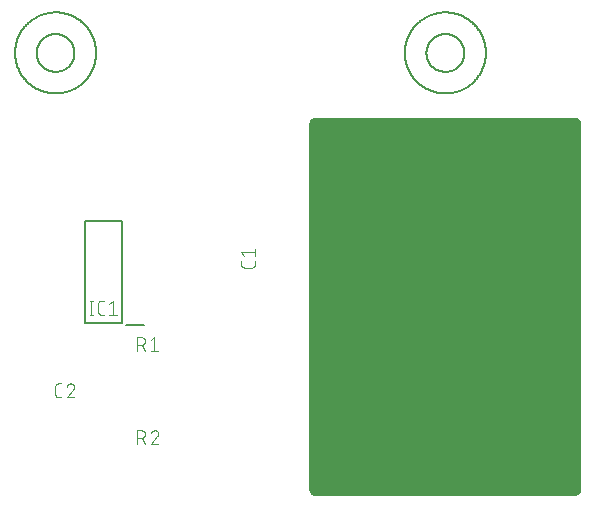
<source format=gbr>
G04 EAGLE Gerber RS-274X export*
G75*
%MOMM*%
%FSLAX34Y34*%
%LPD*%
%INSilkscreen Top*%
%IPPOS*%
%AMOC8*
5,1,8,0,0,1.08239X$1,22.5*%
G01*
%ADD10C,0.101600*%
%ADD11C,0.200000*%
%ADD12C,0.152400*%
%ADD13C,0.203200*%
%ADD14C,0.050800*%

G36*
X580155Y14930D02*
X580155Y14930D01*
X580310Y14930D01*
X580472Y14950D01*
X580636Y14961D01*
X580788Y14990D01*
X580942Y15009D01*
X581101Y15049D01*
X581262Y15080D01*
X581409Y15128D01*
X581559Y15166D01*
X581712Y15226D01*
X581868Y15277D01*
X582008Y15343D01*
X582152Y15399D01*
X582296Y15478D01*
X582444Y15548D01*
X582575Y15630D01*
X582711Y15705D01*
X582844Y15801D01*
X582983Y15889D01*
X583102Y15987D01*
X583228Y16078D01*
X583347Y16190D01*
X583474Y16294D01*
X583580Y16407D01*
X583693Y16513D01*
X583798Y16639D01*
X583910Y16758D01*
X584002Y16884D01*
X584101Y17003D01*
X584189Y17141D01*
X584285Y17274D01*
X584360Y17409D01*
X584444Y17540D01*
X584514Y17688D01*
X584593Y17831D01*
X584650Y17975D01*
X584717Y18115D01*
X584768Y18271D01*
X584828Y18424D01*
X584867Y18574D01*
X584916Y18721D01*
X584947Y18882D01*
X584988Y19040D01*
X585007Y19194D01*
X585037Y19346D01*
X585047Y19505D01*
X585069Y19672D01*
X585069Y19841D01*
X585079Y20000D01*
X585079Y330000D01*
X585070Y330155D01*
X585070Y330310D01*
X585050Y330472D01*
X585039Y330636D01*
X585010Y330788D01*
X584991Y330942D01*
X584951Y331101D01*
X584920Y331262D01*
X584872Y331409D01*
X584834Y331559D01*
X584774Y331712D01*
X584723Y331868D01*
X584658Y332008D01*
X584601Y332152D01*
X584522Y332296D01*
X584452Y332444D01*
X584370Y332575D01*
X584295Y332711D01*
X584199Y332844D01*
X584111Y332983D01*
X584013Y333102D01*
X583922Y333228D01*
X583810Y333347D01*
X583706Y333474D01*
X583593Y333580D01*
X583487Y333693D01*
X583361Y333798D01*
X583242Y333910D01*
X583116Y334002D01*
X582997Y334101D01*
X582859Y334189D01*
X582727Y334285D01*
X582591Y334360D01*
X582460Y334444D01*
X582312Y334514D01*
X582169Y334593D01*
X582025Y334650D01*
X581885Y334717D01*
X581729Y334768D01*
X581576Y334828D01*
X581426Y334867D01*
X581279Y334916D01*
X581118Y334947D01*
X580960Y334988D01*
X580806Y335007D01*
X580654Y335037D01*
X580495Y335047D01*
X580328Y335069D01*
X580159Y335069D01*
X580000Y335079D01*
X360000Y335079D01*
X359846Y335070D01*
X359690Y335070D01*
X359528Y335050D01*
X359364Y335039D01*
X359212Y335010D01*
X359058Y334991D01*
X358899Y334951D01*
X358738Y334920D01*
X358591Y334872D01*
X358441Y334834D01*
X358288Y334774D01*
X358132Y334723D01*
X357992Y334658D01*
X357848Y334601D01*
X357704Y334522D01*
X357556Y334452D01*
X357425Y334370D01*
X357289Y334295D01*
X357156Y334199D01*
X357017Y334111D01*
X356898Y334013D01*
X356772Y333922D01*
X356653Y333810D01*
X356526Y333706D01*
X356420Y333593D01*
X356307Y333487D01*
X356202Y333361D01*
X356090Y333242D01*
X355998Y333116D01*
X355899Y332997D01*
X355811Y332859D01*
X355715Y332727D01*
X355640Y332591D01*
X355556Y332460D01*
X355486Y332312D01*
X355407Y332169D01*
X355350Y332025D01*
X355283Y331885D01*
X355232Y331729D01*
X355172Y331576D01*
X355133Y331426D01*
X355085Y331279D01*
X355053Y331118D01*
X355012Y330960D01*
X354993Y330806D01*
X354963Y330654D01*
X354953Y330495D01*
X354931Y330328D01*
X354931Y330159D01*
X354921Y330000D01*
X354921Y20000D01*
X354930Y19846D01*
X354930Y19690D01*
X354950Y19528D01*
X354961Y19364D01*
X354990Y19212D01*
X355009Y19058D01*
X355049Y18899D01*
X355080Y18738D01*
X355128Y18591D01*
X355166Y18441D01*
X355226Y18288D01*
X355277Y18132D01*
X355343Y17992D01*
X355399Y17848D01*
X355478Y17704D01*
X355548Y17556D01*
X355630Y17425D01*
X355705Y17289D01*
X355801Y17156D01*
X355889Y17017D01*
X355987Y16898D01*
X356078Y16772D01*
X356190Y16653D01*
X356294Y16526D01*
X356407Y16420D01*
X356513Y16307D01*
X356639Y16202D01*
X356758Y16090D01*
X356884Y15998D01*
X357003Y15899D01*
X357141Y15811D01*
X357274Y15715D01*
X357409Y15640D01*
X357540Y15556D01*
X357688Y15486D01*
X357831Y15407D01*
X357975Y15350D01*
X358115Y15283D01*
X358271Y15232D01*
X358424Y15172D01*
X358574Y15133D01*
X358721Y15085D01*
X358882Y15053D01*
X359040Y15012D01*
X359194Y14993D01*
X359346Y14963D01*
X359505Y14953D01*
X359672Y14931D01*
X359841Y14931D01*
X360000Y14921D01*
X580000Y14921D01*
X580155Y14930D01*
G37*
D10*
X308892Y213436D02*
X308892Y210839D01*
X308890Y210740D01*
X308884Y210640D01*
X308875Y210541D01*
X308862Y210443D01*
X308845Y210345D01*
X308824Y210247D01*
X308799Y210151D01*
X308771Y210056D01*
X308739Y209962D01*
X308704Y209869D01*
X308665Y209777D01*
X308622Y209687D01*
X308577Y209599D01*
X308527Y209512D01*
X308475Y209428D01*
X308419Y209345D01*
X308361Y209265D01*
X308299Y209187D01*
X308234Y209112D01*
X308166Y209039D01*
X308096Y208969D01*
X308023Y208901D01*
X307948Y208836D01*
X307870Y208774D01*
X307790Y208716D01*
X307707Y208660D01*
X307623Y208608D01*
X307536Y208558D01*
X307448Y208513D01*
X307358Y208470D01*
X307266Y208431D01*
X307173Y208396D01*
X307079Y208364D01*
X306984Y208336D01*
X306888Y208311D01*
X306790Y208290D01*
X306692Y208273D01*
X306594Y208260D01*
X306495Y208251D01*
X306395Y208245D01*
X306296Y208243D01*
X299804Y208243D01*
X299804Y208242D02*
X299705Y208244D01*
X299605Y208250D01*
X299506Y208259D01*
X299408Y208272D01*
X299310Y208290D01*
X299212Y208310D01*
X299116Y208335D01*
X299020Y208363D01*
X298926Y208395D01*
X298833Y208430D01*
X298742Y208469D01*
X298652Y208512D01*
X298563Y208557D01*
X298477Y208607D01*
X298392Y208659D01*
X298310Y208715D01*
X298230Y208774D01*
X298152Y208835D01*
X298076Y208900D01*
X298003Y208968D01*
X297933Y209038D01*
X297865Y209111D01*
X297800Y209187D01*
X297739Y209265D01*
X297680Y209345D01*
X297624Y209427D01*
X297572Y209512D01*
X297523Y209598D01*
X297477Y209687D01*
X297434Y209777D01*
X297395Y209868D01*
X297360Y209961D01*
X297328Y210055D01*
X297300Y210151D01*
X297275Y210247D01*
X297255Y210345D01*
X297237Y210443D01*
X297224Y210541D01*
X297215Y210640D01*
X297209Y210739D01*
X297207Y210839D01*
X297208Y210839D02*
X297208Y213436D01*
X299804Y217801D02*
X297208Y221046D01*
X308892Y221046D01*
X308892Y217801D02*
X308892Y224292D01*
X144936Y98408D02*
X142339Y98408D01*
X142240Y98410D01*
X142140Y98416D01*
X142041Y98425D01*
X141943Y98438D01*
X141845Y98455D01*
X141747Y98476D01*
X141651Y98501D01*
X141556Y98529D01*
X141462Y98561D01*
X141369Y98596D01*
X141277Y98635D01*
X141187Y98678D01*
X141099Y98723D01*
X141012Y98773D01*
X140928Y98825D01*
X140845Y98881D01*
X140765Y98939D01*
X140687Y99001D01*
X140612Y99066D01*
X140539Y99134D01*
X140469Y99204D01*
X140401Y99277D01*
X140336Y99352D01*
X140274Y99430D01*
X140216Y99510D01*
X140160Y99593D01*
X140108Y99677D01*
X140058Y99764D01*
X140013Y99852D01*
X139970Y99942D01*
X139931Y100034D01*
X139896Y100127D01*
X139864Y100221D01*
X139836Y100316D01*
X139811Y100412D01*
X139790Y100510D01*
X139773Y100608D01*
X139760Y100706D01*
X139751Y100805D01*
X139745Y100905D01*
X139743Y101004D01*
X139743Y107496D01*
X139745Y107595D01*
X139751Y107695D01*
X139760Y107794D01*
X139773Y107892D01*
X139790Y107990D01*
X139811Y108088D01*
X139836Y108184D01*
X139864Y108279D01*
X139896Y108373D01*
X139931Y108466D01*
X139970Y108558D01*
X140013Y108648D01*
X140058Y108736D01*
X140108Y108823D01*
X140160Y108907D01*
X140216Y108990D01*
X140274Y109070D01*
X140336Y109148D01*
X140401Y109223D01*
X140469Y109296D01*
X140539Y109366D01*
X140612Y109434D01*
X140687Y109499D01*
X140765Y109561D01*
X140845Y109619D01*
X140928Y109675D01*
X141012Y109727D01*
X141099Y109777D01*
X141187Y109822D01*
X141277Y109865D01*
X141369Y109904D01*
X141461Y109939D01*
X141556Y109971D01*
X141651Y109999D01*
X141747Y110024D01*
X141845Y110045D01*
X141943Y110062D01*
X142041Y110075D01*
X142140Y110084D01*
X142240Y110090D01*
X142339Y110092D01*
X144936Y110092D01*
X152871Y110092D02*
X152978Y110090D01*
X153084Y110084D01*
X153190Y110074D01*
X153296Y110061D01*
X153402Y110043D01*
X153506Y110022D01*
X153610Y109997D01*
X153713Y109968D01*
X153814Y109936D01*
X153914Y109899D01*
X154013Y109859D01*
X154111Y109816D01*
X154207Y109769D01*
X154301Y109718D01*
X154393Y109664D01*
X154483Y109607D01*
X154571Y109547D01*
X154656Y109483D01*
X154739Y109416D01*
X154820Y109346D01*
X154898Y109274D01*
X154974Y109198D01*
X155046Y109120D01*
X155116Y109039D01*
X155183Y108956D01*
X155247Y108871D01*
X155307Y108783D01*
X155364Y108693D01*
X155418Y108601D01*
X155469Y108507D01*
X155516Y108411D01*
X155559Y108313D01*
X155599Y108214D01*
X155636Y108114D01*
X155668Y108013D01*
X155697Y107910D01*
X155722Y107806D01*
X155743Y107702D01*
X155761Y107596D01*
X155774Y107490D01*
X155784Y107384D01*
X155790Y107278D01*
X155792Y107171D01*
X152871Y110092D02*
X152750Y110090D01*
X152629Y110084D01*
X152509Y110074D01*
X152388Y110061D01*
X152269Y110043D01*
X152149Y110022D01*
X152031Y109997D01*
X151914Y109968D01*
X151797Y109935D01*
X151682Y109899D01*
X151568Y109858D01*
X151455Y109815D01*
X151343Y109767D01*
X151234Y109716D01*
X151126Y109661D01*
X151019Y109603D01*
X150915Y109542D01*
X150813Y109477D01*
X150713Y109409D01*
X150615Y109338D01*
X150519Y109264D01*
X150426Y109187D01*
X150336Y109106D01*
X150248Y109023D01*
X150163Y108937D01*
X150080Y108848D01*
X150001Y108757D01*
X149924Y108663D01*
X149851Y108567D01*
X149781Y108469D01*
X149714Y108368D01*
X149650Y108265D01*
X149590Y108160D01*
X149533Y108053D01*
X149479Y107945D01*
X149429Y107835D01*
X149383Y107723D01*
X149340Y107610D01*
X149301Y107495D01*
X154819Y104899D02*
X154898Y104976D01*
X154974Y105057D01*
X155047Y105140D01*
X155117Y105225D01*
X155184Y105313D01*
X155248Y105403D01*
X155308Y105495D01*
X155365Y105590D01*
X155419Y105686D01*
X155470Y105784D01*
X155517Y105884D01*
X155561Y105986D01*
X155601Y106089D01*
X155637Y106193D01*
X155669Y106299D01*
X155698Y106405D01*
X155723Y106513D01*
X155745Y106621D01*
X155762Y106731D01*
X155776Y106840D01*
X155785Y106950D01*
X155791Y107061D01*
X155793Y107171D01*
X154818Y104899D02*
X149301Y98408D01*
X155792Y98408D01*
D11*
X164500Y160950D02*
X196500Y160950D01*
X164500Y160950D02*
X164500Y247450D01*
X196500Y247450D01*
X196500Y160950D01*
X200000Y159350D02*
X215250Y159350D01*
D10*
X170192Y168358D02*
X170192Y180042D01*
X168894Y168358D02*
X171490Y168358D01*
X171490Y180042D02*
X168894Y180042D01*
X178654Y168358D02*
X181250Y168358D01*
X178654Y168358D02*
X178555Y168360D01*
X178455Y168366D01*
X178356Y168375D01*
X178258Y168388D01*
X178160Y168405D01*
X178062Y168426D01*
X177966Y168451D01*
X177871Y168479D01*
X177777Y168511D01*
X177684Y168546D01*
X177592Y168585D01*
X177502Y168628D01*
X177414Y168673D01*
X177327Y168723D01*
X177243Y168775D01*
X177160Y168831D01*
X177080Y168889D01*
X177002Y168951D01*
X176927Y169016D01*
X176854Y169084D01*
X176784Y169154D01*
X176716Y169227D01*
X176651Y169302D01*
X176589Y169380D01*
X176531Y169460D01*
X176475Y169543D01*
X176423Y169627D01*
X176373Y169714D01*
X176328Y169802D01*
X176285Y169892D01*
X176246Y169984D01*
X176211Y170077D01*
X176179Y170171D01*
X176151Y170266D01*
X176126Y170362D01*
X176105Y170460D01*
X176088Y170558D01*
X176075Y170656D01*
X176066Y170755D01*
X176060Y170855D01*
X176058Y170954D01*
X176057Y170954D02*
X176057Y177446D01*
X176058Y177446D02*
X176060Y177545D01*
X176066Y177645D01*
X176075Y177744D01*
X176088Y177842D01*
X176105Y177940D01*
X176126Y178038D01*
X176151Y178134D01*
X176179Y178229D01*
X176211Y178323D01*
X176246Y178416D01*
X176285Y178508D01*
X176328Y178598D01*
X176373Y178686D01*
X176423Y178773D01*
X176475Y178857D01*
X176531Y178940D01*
X176589Y179020D01*
X176651Y179098D01*
X176716Y179173D01*
X176784Y179246D01*
X176854Y179316D01*
X176927Y179384D01*
X177002Y179449D01*
X177080Y179511D01*
X177160Y179569D01*
X177243Y179625D01*
X177327Y179677D01*
X177414Y179727D01*
X177502Y179772D01*
X177592Y179815D01*
X177684Y179854D01*
X177776Y179889D01*
X177871Y179921D01*
X177966Y179949D01*
X178062Y179974D01*
X178160Y179995D01*
X178258Y180012D01*
X178356Y180025D01*
X178455Y180034D01*
X178555Y180040D01*
X178654Y180042D01*
X181250Y180042D01*
X185615Y177446D02*
X188861Y180042D01*
X188861Y168358D01*
X192106Y168358D02*
X185615Y168358D01*
X209095Y149292D02*
X209095Y137608D01*
X209095Y149292D02*
X212340Y149292D01*
X212453Y149290D01*
X212566Y149284D01*
X212679Y149274D01*
X212792Y149260D01*
X212904Y149243D01*
X213015Y149221D01*
X213125Y149196D01*
X213235Y149166D01*
X213343Y149133D01*
X213450Y149096D01*
X213556Y149056D01*
X213660Y149011D01*
X213763Y148963D01*
X213864Y148912D01*
X213963Y148857D01*
X214060Y148799D01*
X214155Y148737D01*
X214248Y148672D01*
X214338Y148604D01*
X214426Y148533D01*
X214512Y148458D01*
X214595Y148381D01*
X214675Y148301D01*
X214752Y148218D01*
X214827Y148132D01*
X214898Y148044D01*
X214966Y147954D01*
X215031Y147861D01*
X215093Y147766D01*
X215151Y147669D01*
X215206Y147570D01*
X215257Y147469D01*
X215305Y147366D01*
X215350Y147262D01*
X215390Y147156D01*
X215427Y147049D01*
X215460Y146941D01*
X215490Y146831D01*
X215515Y146721D01*
X215537Y146610D01*
X215554Y146498D01*
X215568Y146385D01*
X215578Y146272D01*
X215584Y146159D01*
X215586Y146046D01*
X215584Y145933D01*
X215578Y145820D01*
X215568Y145707D01*
X215554Y145594D01*
X215537Y145482D01*
X215515Y145371D01*
X215490Y145261D01*
X215460Y145151D01*
X215427Y145043D01*
X215390Y144936D01*
X215350Y144830D01*
X215305Y144726D01*
X215257Y144623D01*
X215206Y144522D01*
X215151Y144423D01*
X215093Y144326D01*
X215031Y144231D01*
X214966Y144138D01*
X214898Y144048D01*
X214827Y143960D01*
X214752Y143874D01*
X214675Y143791D01*
X214595Y143711D01*
X214512Y143634D01*
X214426Y143559D01*
X214338Y143488D01*
X214248Y143420D01*
X214155Y143355D01*
X214060Y143293D01*
X213963Y143235D01*
X213864Y143180D01*
X213763Y143129D01*
X213660Y143081D01*
X213556Y143036D01*
X213450Y142996D01*
X213343Y142959D01*
X213235Y142926D01*
X213125Y142896D01*
X213015Y142871D01*
X212904Y142849D01*
X212792Y142832D01*
X212679Y142818D01*
X212566Y142808D01*
X212453Y142802D01*
X212340Y142800D01*
X212340Y142801D02*
X209095Y142801D01*
X212989Y142801D02*
X215586Y137608D01*
X220451Y146696D02*
X223696Y149292D01*
X223696Y137608D01*
X220451Y137608D02*
X226942Y137608D01*
X209258Y70392D02*
X209258Y58708D01*
X209258Y70392D02*
X212504Y70392D01*
X212617Y70390D01*
X212730Y70384D01*
X212843Y70374D01*
X212956Y70360D01*
X213068Y70343D01*
X213179Y70321D01*
X213289Y70296D01*
X213399Y70266D01*
X213507Y70233D01*
X213614Y70196D01*
X213720Y70156D01*
X213824Y70111D01*
X213927Y70063D01*
X214028Y70012D01*
X214127Y69957D01*
X214224Y69899D01*
X214319Y69837D01*
X214412Y69772D01*
X214502Y69704D01*
X214590Y69633D01*
X214676Y69558D01*
X214759Y69481D01*
X214839Y69401D01*
X214916Y69318D01*
X214991Y69232D01*
X215062Y69144D01*
X215130Y69054D01*
X215195Y68961D01*
X215257Y68866D01*
X215315Y68769D01*
X215370Y68670D01*
X215421Y68569D01*
X215469Y68466D01*
X215514Y68362D01*
X215554Y68256D01*
X215591Y68149D01*
X215624Y68041D01*
X215654Y67931D01*
X215679Y67821D01*
X215701Y67710D01*
X215718Y67598D01*
X215732Y67485D01*
X215742Y67372D01*
X215748Y67259D01*
X215750Y67146D01*
X215748Y67033D01*
X215742Y66920D01*
X215732Y66807D01*
X215718Y66694D01*
X215701Y66582D01*
X215679Y66471D01*
X215654Y66361D01*
X215624Y66251D01*
X215591Y66143D01*
X215554Y66036D01*
X215514Y65930D01*
X215469Y65826D01*
X215421Y65723D01*
X215370Y65622D01*
X215315Y65523D01*
X215257Y65426D01*
X215195Y65331D01*
X215130Y65238D01*
X215062Y65148D01*
X214991Y65060D01*
X214916Y64974D01*
X214839Y64891D01*
X214759Y64811D01*
X214676Y64734D01*
X214590Y64659D01*
X214502Y64588D01*
X214412Y64520D01*
X214319Y64455D01*
X214224Y64393D01*
X214127Y64335D01*
X214028Y64280D01*
X213927Y64229D01*
X213824Y64181D01*
X213720Y64136D01*
X213614Y64096D01*
X213507Y64059D01*
X213399Y64026D01*
X213289Y63996D01*
X213179Y63971D01*
X213068Y63949D01*
X212956Y63932D01*
X212843Y63918D01*
X212730Y63908D01*
X212617Y63902D01*
X212504Y63900D01*
X212504Y63901D02*
X209258Y63901D01*
X213153Y63901D02*
X215749Y58708D01*
X227105Y67471D02*
X227103Y67578D01*
X227097Y67684D01*
X227087Y67790D01*
X227074Y67896D01*
X227056Y68002D01*
X227035Y68106D01*
X227010Y68210D01*
X226981Y68313D01*
X226949Y68414D01*
X226912Y68514D01*
X226872Y68613D01*
X226829Y68711D01*
X226782Y68807D01*
X226731Y68901D01*
X226677Y68993D01*
X226620Y69083D01*
X226560Y69171D01*
X226496Y69256D01*
X226429Y69339D01*
X226359Y69420D01*
X226287Y69498D01*
X226211Y69574D01*
X226133Y69646D01*
X226052Y69716D01*
X225969Y69783D01*
X225884Y69847D01*
X225796Y69907D01*
X225706Y69964D01*
X225614Y70018D01*
X225520Y70069D01*
X225424Y70116D01*
X225326Y70159D01*
X225227Y70199D01*
X225127Y70236D01*
X225026Y70268D01*
X224923Y70297D01*
X224819Y70322D01*
X224715Y70343D01*
X224609Y70361D01*
X224503Y70374D01*
X224397Y70384D01*
X224291Y70390D01*
X224184Y70392D01*
X224063Y70390D01*
X223942Y70384D01*
X223822Y70374D01*
X223701Y70361D01*
X223582Y70343D01*
X223462Y70322D01*
X223344Y70297D01*
X223227Y70268D01*
X223110Y70235D01*
X222995Y70199D01*
X222881Y70158D01*
X222768Y70115D01*
X222656Y70067D01*
X222547Y70016D01*
X222439Y69961D01*
X222332Y69903D01*
X222228Y69842D01*
X222126Y69777D01*
X222026Y69709D01*
X221928Y69638D01*
X221832Y69564D01*
X221739Y69487D01*
X221649Y69406D01*
X221561Y69323D01*
X221476Y69237D01*
X221393Y69148D01*
X221314Y69057D01*
X221237Y68963D01*
X221164Y68867D01*
X221094Y68769D01*
X221027Y68668D01*
X220963Y68565D01*
X220903Y68460D01*
X220846Y68353D01*
X220792Y68245D01*
X220742Y68135D01*
X220696Y68023D01*
X220653Y67910D01*
X220614Y67795D01*
X226132Y65199D02*
X226211Y65276D01*
X226287Y65357D01*
X226360Y65440D01*
X226430Y65525D01*
X226497Y65613D01*
X226561Y65703D01*
X226621Y65795D01*
X226678Y65890D01*
X226732Y65986D01*
X226783Y66084D01*
X226830Y66184D01*
X226874Y66286D01*
X226914Y66389D01*
X226950Y66493D01*
X226982Y66599D01*
X227011Y66705D01*
X227036Y66813D01*
X227058Y66921D01*
X227075Y67031D01*
X227089Y67140D01*
X227098Y67250D01*
X227104Y67361D01*
X227106Y67471D01*
X226132Y65199D02*
X220614Y58708D01*
X227105Y58708D01*
D12*
X435710Y390000D02*
X435720Y390842D01*
X435751Y391683D01*
X435803Y392523D01*
X435875Y393361D01*
X435968Y394197D01*
X436081Y395031D01*
X436215Y395862D01*
X436369Y396690D01*
X436543Y397513D01*
X436738Y398332D01*
X436952Y399146D01*
X437187Y399954D01*
X437441Y400756D01*
X437714Y401552D01*
X438008Y402341D01*
X438320Y403122D01*
X438652Y403896D01*
X439002Y404661D01*
X439371Y405417D01*
X439759Y406164D01*
X440165Y406901D01*
X440588Y407629D01*
X441030Y408345D01*
X441489Y409051D01*
X441965Y409744D01*
X442458Y410427D01*
X442968Y411096D01*
X443493Y411753D01*
X444035Y412397D01*
X444593Y413028D01*
X445166Y413644D01*
X445753Y414247D01*
X446356Y414834D01*
X446972Y415407D01*
X447603Y415965D01*
X448247Y416507D01*
X448904Y417032D01*
X449573Y417542D01*
X450256Y418035D01*
X450949Y418511D01*
X451655Y418970D01*
X452371Y419412D01*
X453099Y419835D01*
X453836Y420241D01*
X454583Y420629D01*
X455339Y420998D01*
X456104Y421348D01*
X456878Y421680D01*
X457659Y421992D01*
X458448Y422286D01*
X459244Y422559D01*
X460046Y422813D01*
X460854Y423048D01*
X461668Y423262D01*
X462487Y423457D01*
X463310Y423631D01*
X464138Y423785D01*
X464969Y423919D01*
X465803Y424032D01*
X466639Y424125D01*
X467477Y424197D01*
X468317Y424249D01*
X469158Y424280D01*
X470000Y424290D01*
X470842Y424280D01*
X471683Y424249D01*
X472523Y424197D01*
X473361Y424125D01*
X474197Y424032D01*
X475031Y423919D01*
X475862Y423785D01*
X476690Y423631D01*
X477513Y423457D01*
X478332Y423262D01*
X479146Y423048D01*
X479954Y422813D01*
X480756Y422559D01*
X481552Y422286D01*
X482341Y421992D01*
X483122Y421680D01*
X483896Y421348D01*
X484661Y420998D01*
X485417Y420629D01*
X486164Y420241D01*
X486901Y419835D01*
X487629Y419412D01*
X488345Y418970D01*
X489051Y418511D01*
X489744Y418035D01*
X490427Y417542D01*
X491096Y417032D01*
X491753Y416507D01*
X492397Y415965D01*
X493028Y415407D01*
X493644Y414834D01*
X494247Y414247D01*
X494834Y413644D01*
X495407Y413028D01*
X495965Y412397D01*
X496507Y411753D01*
X497032Y411096D01*
X497542Y410427D01*
X498035Y409744D01*
X498511Y409051D01*
X498970Y408345D01*
X499412Y407629D01*
X499835Y406901D01*
X500241Y406164D01*
X500629Y405417D01*
X500998Y404661D01*
X501348Y403896D01*
X501680Y403122D01*
X501992Y402341D01*
X502286Y401552D01*
X502559Y400756D01*
X502813Y399954D01*
X503048Y399146D01*
X503262Y398332D01*
X503457Y397513D01*
X503631Y396690D01*
X503785Y395862D01*
X503919Y395031D01*
X504032Y394197D01*
X504125Y393361D01*
X504197Y392523D01*
X504249Y391683D01*
X504280Y390842D01*
X504290Y390000D01*
X504280Y389158D01*
X504249Y388317D01*
X504197Y387477D01*
X504125Y386639D01*
X504032Y385803D01*
X503919Y384969D01*
X503785Y384138D01*
X503631Y383310D01*
X503457Y382487D01*
X503262Y381668D01*
X503048Y380854D01*
X502813Y380046D01*
X502559Y379244D01*
X502286Y378448D01*
X501992Y377659D01*
X501680Y376878D01*
X501348Y376104D01*
X500998Y375339D01*
X500629Y374583D01*
X500241Y373836D01*
X499835Y373099D01*
X499412Y372371D01*
X498970Y371655D01*
X498511Y370949D01*
X498035Y370256D01*
X497542Y369573D01*
X497032Y368904D01*
X496507Y368247D01*
X495965Y367603D01*
X495407Y366972D01*
X494834Y366356D01*
X494247Y365753D01*
X493644Y365166D01*
X493028Y364593D01*
X492397Y364035D01*
X491753Y363493D01*
X491096Y362968D01*
X490427Y362458D01*
X489744Y361965D01*
X489051Y361489D01*
X488345Y361030D01*
X487629Y360588D01*
X486901Y360165D01*
X486164Y359759D01*
X485417Y359371D01*
X484661Y359002D01*
X483896Y358652D01*
X483122Y358320D01*
X482341Y358008D01*
X481552Y357714D01*
X480756Y357441D01*
X479954Y357187D01*
X479146Y356952D01*
X478332Y356738D01*
X477513Y356543D01*
X476690Y356369D01*
X475862Y356215D01*
X475031Y356081D01*
X474197Y355968D01*
X473361Y355875D01*
X472523Y355803D01*
X471683Y355751D01*
X470842Y355720D01*
X470000Y355710D01*
X469158Y355720D01*
X468317Y355751D01*
X467477Y355803D01*
X466639Y355875D01*
X465803Y355968D01*
X464969Y356081D01*
X464138Y356215D01*
X463310Y356369D01*
X462487Y356543D01*
X461668Y356738D01*
X460854Y356952D01*
X460046Y357187D01*
X459244Y357441D01*
X458448Y357714D01*
X457659Y358008D01*
X456878Y358320D01*
X456104Y358652D01*
X455339Y359002D01*
X454583Y359371D01*
X453836Y359759D01*
X453099Y360165D01*
X452371Y360588D01*
X451655Y361030D01*
X450949Y361489D01*
X450256Y361965D01*
X449573Y362458D01*
X448904Y362968D01*
X448247Y363493D01*
X447603Y364035D01*
X446972Y364593D01*
X446356Y365166D01*
X445753Y365753D01*
X445166Y366356D01*
X444593Y366972D01*
X444035Y367603D01*
X443493Y368247D01*
X442968Y368904D01*
X442458Y369573D01*
X441965Y370256D01*
X441489Y370949D01*
X441030Y371655D01*
X440588Y372371D01*
X440165Y373099D01*
X439759Y373836D01*
X439371Y374583D01*
X439002Y375339D01*
X438652Y376104D01*
X438320Y376878D01*
X438008Y377659D01*
X437714Y378448D01*
X437441Y379244D01*
X437187Y380046D01*
X436952Y380854D01*
X436738Y381668D01*
X436543Y382487D01*
X436369Y383310D01*
X436215Y384138D01*
X436081Y384969D01*
X435968Y385803D01*
X435875Y386639D01*
X435803Y387477D01*
X435751Y388317D01*
X435720Y389158D01*
X435710Y390000D01*
D13*
X454000Y390000D02*
X454005Y390393D01*
X454019Y390785D01*
X454043Y391177D01*
X454077Y391568D01*
X454120Y391959D01*
X454173Y392348D01*
X454236Y392735D01*
X454307Y393121D01*
X454389Y393506D01*
X454479Y393888D01*
X454580Y394267D01*
X454689Y394645D01*
X454808Y395019D01*
X454935Y395390D01*
X455072Y395758D01*
X455218Y396123D01*
X455373Y396484D01*
X455536Y396841D01*
X455708Y397194D01*
X455889Y397542D01*
X456079Y397886D01*
X456276Y398226D01*
X456482Y398560D01*
X456696Y398889D01*
X456919Y399213D01*
X457149Y399531D01*
X457386Y399844D01*
X457632Y400150D01*
X457885Y400451D01*
X458145Y400745D01*
X458412Y401033D01*
X458686Y401314D01*
X458967Y401588D01*
X459255Y401855D01*
X459549Y402115D01*
X459850Y402368D01*
X460156Y402614D01*
X460469Y402851D01*
X460787Y403081D01*
X461111Y403304D01*
X461440Y403518D01*
X461774Y403724D01*
X462114Y403921D01*
X462458Y404111D01*
X462806Y404292D01*
X463159Y404464D01*
X463516Y404627D01*
X463877Y404782D01*
X464242Y404928D01*
X464610Y405065D01*
X464981Y405192D01*
X465355Y405311D01*
X465733Y405420D01*
X466112Y405521D01*
X466494Y405611D01*
X466879Y405693D01*
X467265Y405764D01*
X467652Y405827D01*
X468041Y405880D01*
X468432Y405923D01*
X468823Y405957D01*
X469215Y405981D01*
X469607Y405995D01*
X470000Y406000D01*
X470393Y405995D01*
X470785Y405981D01*
X471177Y405957D01*
X471568Y405923D01*
X471959Y405880D01*
X472348Y405827D01*
X472735Y405764D01*
X473121Y405693D01*
X473506Y405611D01*
X473888Y405521D01*
X474267Y405420D01*
X474645Y405311D01*
X475019Y405192D01*
X475390Y405065D01*
X475758Y404928D01*
X476123Y404782D01*
X476484Y404627D01*
X476841Y404464D01*
X477194Y404292D01*
X477542Y404111D01*
X477886Y403921D01*
X478226Y403724D01*
X478560Y403518D01*
X478889Y403304D01*
X479213Y403081D01*
X479531Y402851D01*
X479844Y402614D01*
X480150Y402368D01*
X480451Y402115D01*
X480745Y401855D01*
X481033Y401588D01*
X481314Y401314D01*
X481588Y401033D01*
X481855Y400745D01*
X482115Y400451D01*
X482368Y400150D01*
X482614Y399844D01*
X482851Y399531D01*
X483081Y399213D01*
X483304Y398889D01*
X483518Y398560D01*
X483724Y398226D01*
X483921Y397886D01*
X484111Y397542D01*
X484292Y397194D01*
X484464Y396841D01*
X484627Y396484D01*
X484782Y396123D01*
X484928Y395758D01*
X485065Y395390D01*
X485192Y395019D01*
X485311Y394645D01*
X485420Y394267D01*
X485521Y393888D01*
X485611Y393506D01*
X485693Y393121D01*
X485764Y392735D01*
X485827Y392348D01*
X485880Y391959D01*
X485923Y391568D01*
X485957Y391177D01*
X485981Y390785D01*
X485995Y390393D01*
X486000Y390000D01*
X485995Y389607D01*
X485981Y389215D01*
X485957Y388823D01*
X485923Y388432D01*
X485880Y388041D01*
X485827Y387652D01*
X485764Y387265D01*
X485693Y386879D01*
X485611Y386494D01*
X485521Y386112D01*
X485420Y385733D01*
X485311Y385355D01*
X485192Y384981D01*
X485065Y384610D01*
X484928Y384242D01*
X484782Y383877D01*
X484627Y383516D01*
X484464Y383159D01*
X484292Y382806D01*
X484111Y382458D01*
X483921Y382114D01*
X483724Y381774D01*
X483518Y381440D01*
X483304Y381111D01*
X483081Y380787D01*
X482851Y380469D01*
X482614Y380156D01*
X482368Y379850D01*
X482115Y379549D01*
X481855Y379255D01*
X481588Y378967D01*
X481314Y378686D01*
X481033Y378412D01*
X480745Y378145D01*
X480451Y377885D01*
X480150Y377632D01*
X479844Y377386D01*
X479531Y377149D01*
X479213Y376919D01*
X478889Y376696D01*
X478560Y376482D01*
X478226Y376276D01*
X477886Y376079D01*
X477542Y375889D01*
X477194Y375708D01*
X476841Y375536D01*
X476484Y375373D01*
X476123Y375218D01*
X475758Y375072D01*
X475390Y374935D01*
X475019Y374808D01*
X474645Y374689D01*
X474267Y374580D01*
X473888Y374479D01*
X473506Y374389D01*
X473121Y374307D01*
X472735Y374236D01*
X472348Y374173D01*
X471959Y374120D01*
X471568Y374077D01*
X471177Y374043D01*
X470785Y374019D01*
X470393Y374005D01*
X470000Y374000D01*
X469607Y374005D01*
X469215Y374019D01*
X468823Y374043D01*
X468432Y374077D01*
X468041Y374120D01*
X467652Y374173D01*
X467265Y374236D01*
X466879Y374307D01*
X466494Y374389D01*
X466112Y374479D01*
X465733Y374580D01*
X465355Y374689D01*
X464981Y374808D01*
X464610Y374935D01*
X464242Y375072D01*
X463877Y375218D01*
X463516Y375373D01*
X463159Y375536D01*
X462806Y375708D01*
X462458Y375889D01*
X462114Y376079D01*
X461774Y376276D01*
X461440Y376482D01*
X461111Y376696D01*
X460787Y376919D01*
X460469Y377149D01*
X460156Y377386D01*
X459850Y377632D01*
X459549Y377885D01*
X459255Y378145D01*
X458967Y378412D01*
X458686Y378686D01*
X458412Y378967D01*
X458145Y379255D01*
X457885Y379549D01*
X457632Y379850D01*
X457386Y380156D01*
X457149Y380469D01*
X456919Y380787D01*
X456696Y381111D01*
X456482Y381440D01*
X456276Y381774D01*
X456079Y382114D01*
X455889Y382458D01*
X455708Y382806D01*
X455536Y383159D01*
X455373Y383516D01*
X455218Y383877D01*
X455072Y384242D01*
X454935Y384610D01*
X454808Y384981D01*
X454689Y385355D01*
X454580Y385733D01*
X454479Y386112D01*
X454389Y386494D01*
X454307Y386879D01*
X454236Y387265D01*
X454173Y387652D01*
X454120Y388041D01*
X454077Y388432D01*
X454043Y388823D01*
X454019Y389215D01*
X454005Y389607D01*
X454000Y390000D01*
D12*
X105710Y390000D02*
X105720Y390842D01*
X105751Y391683D01*
X105803Y392523D01*
X105875Y393361D01*
X105968Y394197D01*
X106081Y395031D01*
X106215Y395862D01*
X106369Y396690D01*
X106543Y397513D01*
X106738Y398332D01*
X106952Y399146D01*
X107187Y399954D01*
X107441Y400756D01*
X107714Y401552D01*
X108008Y402341D01*
X108320Y403122D01*
X108652Y403896D01*
X109002Y404661D01*
X109371Y405417D01*
X109759Y406164D01*
X110165Y406901D01*
X110588Y407629D01*
X111030Y408345D01*
X111489Y409051D01*
X111965Y409744D01*
X112458Y410427D01*
X112968Y411096D01*
X113493Y411753D01*
X114035Y412397D01*
X114593Y413028D01*
X115166Y413644D01*
X115753Y414247D01*
X116356Y414834D01*
X116972Y415407D01*
X117603Y415965D01*
X118247Y416507D01*
X118904Y417032D01*
X119573Y417542D01*
X120256Y418035D01*
X120949Y418511D01*
X121655Y418970D01*
X122371Y419412D01*
X123099Y419835D01*
X123836Y420241D01*
X124583Y420629D01*
X125339Y420998D01*
X126104Y421348D01*
X126878Y421680D01*
X127659Y421992D01*
X128448Y422286D01*
X129244Y422559D01*
X130046Y422813D01*
X130854Y423048D01*
X131668Y423262D01*
X132487Y423457D01*
X133310Y423631D01*
X134138Y423785D01*
X134969Y423919D01*
X135803Y424032D01*
X136639Y424125D01*
X137477Y424197D01*
X138317Y424249D01*
X139158Y424280D01*
X140000Y424290D01*
X140842Y424280D01*
X141683Y424249D01*
X142523Y424197D01*
X143361Y424125D01*
X144197Y424032D01*
X145031Y423919D01*
X145862Y423785D01*
X146690Y423631D01*
X147513Y423457D01*
X148332Y423262D01*
X149146Y423048D01*
X149954Y422813D01*
X150756Y422559D01*
X151552Y422286D01*
X152341Y421992D01*
X153122Y421680D01*
X153896Y421348D01*
X154661Y420998D01*
X155417Y420629D01*
X156164Y420241D01*
X156901Y419835D01*
X157629Y419412D01*
X158345Y418970D01*
X159051Y418511D01*
X159744Y418035D01*
X160427Y417542D01*
X161096Y417032D01*
X161753Y416507D01*
X162397Y415965D01*
X163028Y415407D01*
X163644Y414834D01*
X164247Y414247D01*
X164834Y413644D01*
X165407Y413028D01*
X165965Y412397D01*
X166507Y411753D01*
X167032Y411096D01*
X167542Y410427D01*
X168035Y409744D01*
X168511Y409051D01*
X168970Y408345D01*
X169412Y407629D01*
X169835Y406901D01*
X170241Y406164D01*
X170629Y405417D01*
X170998Y404661D01*
X171348Y403896D01*
X171680Y403122D01*
X171992Y402341D01*
X172286Y401552D01*
X172559Y400756D01*
X172813Y399954D01*
X173048Y399146D01*
X173262Y398332D01*
X173457Y397513D01*
X173631Y396690D01*
X173785Y395862D01*
X173919Y395031D01*
X174032Y394197D01*
X174125Y393361D01*
X174197Y392523D01*
X174249Y391683D01*
X174280Y390842D01*
X174290Y390000D01*
X174280Y389158D01*
X174249Y388317D01*
X174197Y387477D01*
X174125Y386639D01*
X174032Y385803D01*
X173919Y384969D01*
X173785Y384138D01*
X173631Y383310D01*
X173457Y382487D01*
X173262Y381668D01*
X173048Y380854D01*
X172813Y380046D01*
X172559Y379244D01*
X172286Y378448D01*
X171992Y377659D01*
X171680Y376878D01*
X171348Y376104D01*
X170998Y375339D01*
X170629Y374583D01*
X170241Y373836D01*
X169835Y373099D01*
X169412Y372371D01*
X168970Y371655D01*
X168511Y370949D01*
X168035Y370256D01*
X167542Y369573D01*
X167032Y368904D01*
X166507Y368247D01*
X165965Y367603D01*
X165407Y366972D01*
X164834Y366356D01*
X164247Y365753D01*
X163644Y365166D01*
X163028Y364593D01*
X162397Y364035D01*
X161753Y363493D01*
X161096Y362968D01*
X160427Y362458D01*
X159744Y361965D01*
X159051Y361489D01*
X158345Y361030D01*
X157629Y360588D01*
X156901Y360165D01*
X156164Y359759D01*
X155417Y359371D01*
X154661Y359002D01*
X153896Y358652D01*
X153122Y358320D01*
X152341Y358008D01*
X151552Y357714D01*
X150756Y357441D01*
X149954Y357187D01*
X149146Y356952D01*
X148332Y356738D01*
X147513Y356543D01*
X146690Y356369D01*
X145862Y356215D01*
X145031Y356081D01*
X144197Y355968D01*
X143361Y355875D01*
X142523Y355803D01*
X141683Y355751D01*
X140842Y355720D01*
X140000Y355710D01*
X139158Y355720D01*
X138317Y355751D01*
X137477Y355803D01*
X136639Y355875D01*
X135803Y355968D01*
X134969Y356081D01*
X134138Y356215D01*
X133310Y356369D01*
X132487Y356543D01*
X131668Y356738D01*
X130854Y356952D01*
X130046Y357187D01*
X129244Y357441D01*
X128448Y357714D01*
X127659Y358008D01*
X126878Y358320D01*
X126104Y358652D01*
X125339Y359002D01*
X124583Y359371D01*
X123836Y359759D01*
X123099Y360165D01*
X122371Y360588D01*
X121655Y361030D01*
X120949Y361489D01*
X120256Y361965D01*
X119573Y362458D01*
X118904Y362968D01*
X118247Y363493D01*
X117603Y364035D01*
X116972Y364593D01*
X116356Y365166D01*
X115753Y365753D01*
X115166Y366356D01*
X114593Y366972D01*
X114035Y367603D01*
X113493Y368247D01*
X112968Y368904D01*
X112458Y369573D01*
X111965Y370256D01*
X111489Y370949D01*
X111030Y371655D01*
X110588Y372371D01*
X110165Y373099D01*
X109759Y373836D01*
X109371Y374583D01*
X109002Y375339D01*
X108652Y376104D01*
X108320Y376878D01*
X108008Y377659D01*
X107714Y378448D01*
X107441Y379244D01*
X107187Y380046D01*
X106952Y380854D01*
X106738Y381668D01*
X106543Y382487D01*
X106369Y383310D01*
X106215Y384138D01*
X106081Y384969D01*
X105968Y385803D01*
X105875Y386639D01*
X105803Y387477D01*
X105751Y388317D01*
X105720Y389158D01*
X105710Y390000D01*
D13*
X124000Y390000D02*
X124005Y390393D01*
X124019Y390785D01*
X124043Y391177D01*
X124077Y391568D01*
X124120Y391959D01*
X124173Y392348D01*
X124236Y392735D01*
X124307Y393121D01*
X124389Y393506D01*
X124479Y393888D01*
X124580Y394267D01*
X124689Y394645D01*
X124808Y395019D01*
X124935Y395390D01*
X125072Y395758D01*
X125218Y396123D01*
X125373Y396484D01*
X125536Y396841D01*
X125708Y397194D01*
X125889Y397542D01*
X126079Y397886D01*
X126276Y398226D01*
X126482Y398560D01*
X126696Y398889D01*
X126919Y399213D01*
X127149Y399531D01*
X127386Y399844D01*
X127632Y400150D01*
X127885Y400451D01*
X128145Y400745D01*
X128412Y401033D01*
X128686Y401314D01*
X128967Y401588D01*
X129255Y401855D01*
X129549Y402115D01*
X129850Y402368D01*
X130156Y402614D01*
X130469Y402851D01*
X130787Y403081D01*
X131111Y403304D01*
X131440Y403518D01*
X131774Y403724D01*
X132114Y403921D01*
X132458Y404111D01*
X132806Y404292D01*
X133159Y404464D01*
X133516Y404627D01*
X133877Y404782D01*
X134242Y404928D01*
X134610Y405065D01*
X134981Y405192D01*
X135355Y405311D01*
X135733Y405420D01*
X136112Y405521D01*
X136494Y405611D01*
X136879Y405693D01*
X137265Y405764D01*
X137652Y405827D01*
X138041Y405880D01*
X138432Y405923D01*
X138823Y405957D01*
X139215Y405981D01*
X139607Y405995D01*
X140000Y406000D01*
X140393Y405995D01*
X140785Y405981D01*
X141177Y405957D01*
X141568Y405923D01*
X141959Y405880D01*
X142348Y405827D01*
X142735Y405764D01*
X143121Y405693D01*
X143506Y405611D01*
X143888Y405521D01*
X144267Y405420D01*
X144645Y405311D01*
X145019Y405192D01*
X145390Y405065D01*
X145758Y404928D01*
X146123Y404782D01*
X146484Y404627D01*
X146841Y404464D01*
X147194Y404292D01*
X147542Y404111D01*
X147886Y403921D01*
X148226Y403724D01*
X148560Y403518D01*
X148889Y403304D01*
X149213Y403081D01*
X149531Y402851D01*
X149844Y402614D01*
X150150Y402368D01*
X150451Y402115D01*
X150745Y401855D01*
X151033Y401588D01*
X151314Y401314D01*
X151588Y401033D01*
X151855Y400745D01*
X152115Y400451D01*
X152368Y400150D01*
X152614Y399844D01*
X152851Y399531D01*
X153081Y399213D01*
X153304Y398889D01*
X153518Y398560D01*
X153724Y398226D01*
X153921Y397886D01*
X154111Y397542D01*
X154292Y397194D01*
X154464Y396841D01*
X154627Y396484D01*
X154782Y396123D01*
X154928Y395758D01*
X155065Y395390D01*
X155192Y395019D01*
X155311Y394645D01*
X155420Y394267D01*
X155521Y393888D01*
X155611Y393506D01*
X155693Y393121D01*
X155764Y392735D01*
X155827Y392348D01*
X155880Y391959D01*
X155923Y391568D01*
X155957Y391177D01*
X155981Y390785D01*
X155995Y390393D01*
X156000Y390000D01*
X155995Y389607D01*
X155981Y389215D01*
X155957Y388823D01*
X155923Y388432D01*
X155880Y388041D01*
X155827Y387652D01*
X155764Y387265D01*
X155693Y386879D01*
X155611Y386494D01*
X155521Y386112D01*
X155420Y385733D01*
X155311Y385355D01*
X155192Y384981D01*
X155065Y384610D01*
X154928Y384242D01*
X154782Y383877D01*
X154627Y383516D01*
X154464Y383159D01*
X154292Y382806D01*
X154111Y382458D01*
X153921Y382114D01*
X153724Y381774D01*
X153518Y381440D01*
X153304Y381111D01*
X153081Y380787D01*
X152851Y380469D01*
X152614Y380156D01*
X152368Y379850D01*
X152115Y379549D01*
X151855Y379255D01*
X151588Y378967D01*
X151314Y378686D01*
X151033Y378412D01*
X150745Y378145D01*
X150451Y377885D01*
X150150Y377632D01*
X149844Y377386D01*
X149531Y377149D01*
X149213Y376919D01*
X148889Y376696D01*
X148560Y376482D01*
X148226Y376276D01*
X147886Y376079D01*
X147542Y375889D01*
X147194Y375708D01*
X146841Y375536D01*
X146484Y375373D01*
X146123Y375218D01*
X145758Y375072D01*
X145390Y374935D01*
X145019Y374808D01*
X144645Y374689D01*
X144267Y374580D01*
X143888Y374479D01*
X143506Y374389D01*
X143121Y374307D01*
X142735Y374236D01*
X142348Y374173D01*
X141959Y374120D01*
X141568Y374077D01*
X141177Y374043D01*
X140785Y374019D01*
X140393Y374005D01*
X140000Y374000D01*
X139607Y374005D01*
X139215Y374019D01*
X138823Y374043D01*
X138432Y374077D01*
X138041Y374120D01*
X137652Y374173D01*
X137265Y374236D01*
X136879Y374307D01*
X136494Y374389D01*
X136112Y374479D01*
X135733Y374580D01*
X135355Y374689D01*
X134981Y374808D01*
X134610Y374935D01*
X134242Y375072D01*
X133877Y375218D01*
X133516Y375373D01*
X133159Y375536D01*
X132806Y375708D01*
X132458Y375889D01*
X132114Y376079D01*
X131774Y376276D01*
X131440Y376482D01*
X131111Y376696D01*
X130787Y376919D01*
X130469Y377149D01*
X130156Y377386D01*
X129850Y377632D01*
X129549Y377885D01*
X129255Y378145D01*
X128967Y378412D01*
X128686Y378686D01*
X128412Y378967D01*
X128145Y379255D01*
X127885Y379549D01*
X127632Y379850D01*
X127386Y380156D01*
X127149Y380469D01*
X126919Y380787D01*
X126696Y381111D01*
X126482Y381440D01*
X126276Y381774D01*
X126079Y382114D01*
X125889Y382458D01*
X125708Y382806D01*
X125536Y383159D01*
X125373Y383516D01*
X125218Y383877D01*
X125072Y384242D01*
X124935Y384610D01*
X124808Y384981D01*
X124689Y385355D01*
X124580Y385733D01*
X124479Y386112D01*
X124389Y386494D01*
X124307Y386879D01*
X124236Y387265D01*
X124173Y387652D01*
X124120Y388041D01*
X124077Y388432D01*
X124043Y388823D01*
X124019Y389215D01*
X124005Y389607D01*
X124000Y390000D01*
D14*
X550000Y79210D02*
X550000Y76670D01*
X550000Y23330D02*
X550000Y20790D01*
D12*
X520790Y50000D02*
X520799Y50717D01*
X520825Y51433D01*
X520869Y52149D01*
X520931Y52863D01*
X521010Y53576D01*
X521106Y54286D01*
X521220Y54994D01*
X521351Y55699D01*
X521500Y56400D01*
X521665Y57097D01*
X521848Y57791D01*
X522048Y58479D01*
X522264Y59163D01*
X522497Y59841D01*
X522747Y60513D01*
X523013Y61178D01*
X523296Y61837D01*
X523594Y62489D01*
X523909Y63133D01*
X524239Y63769D01*
X524585Y64398D01*
X524946Y65017D01*
X525322Y65627D01*
X525713Y66228D01*
X526118Y66819D01*
X526538Y67400D01*
X526972Y67971D01*
X527420Y68531D01*
X527882Y69079D01*
X528357Y69616D01*
X528845Y70141D01*
X529345Y70655D01*
X529859Y71155D01*
X530384Y71643D01*
X530921Y72118D01*
X531469Y72580D01*
X532029Y73028D01*
X532600Y73462D01*
X533181Y73882D01*
X533772Y74287D01*
X534373Y74678D01*
X534983Y75054D01*
X535602Y75415D01*
X536231Y75761D01*
X536867Y76091D01*
X537511Y76406D01*
X538163Y76704D01*
X538822Y76987D01*
X539487Y77253D01*
X540159Y77503D01*
X540837Y77736D01*
X541521Y77952D01*
X542209Y78152D01*
X542903Y78335D01*
X543600Y78500D01*
X544301Y78649D01*
X545006Y78780D01*
X545714Y78894D01*
X546424Y78990D01*
X547137Y79069D01*
X547851Y79131D01*
X548567Y79175D01*
X549283Y79201D01*
X550000Y79210D01*
X550717Y79201D01*
X551433Y79175D01*
X552149Y79131D01*
X552863Y79069D01*
X553576Y78990D01*
X554286Y78894D01*
X554994Y78780D01*
X555699Y78649D01*
X556400Y78500D01*
X557097Y78335D01*
X557791Y78152D01*
X558479Y77952D01*
X559163Y77736D01*
X559841Y77503D01*
X560513Y77253D01*
X561178Y76987D01*
X561837Y76704D01*
X562489Y76406D01*
X563133Y76091D01*
X563769Y75761D01*
X564398Y75415D01*
X565017Y75054D01*
X565627Y74678D01*
X566228Y74287D01*
X566819Y73882D01*
X567400Y73462D01*
X567971Y73028D01*
X568531Y72580D01*
X569079Y72118D01*
X569616Y71643D01*
X570141Y71155D01*
X570655Y70655D01*
X571155Y70141D01*
X571643Y69616D01*
X572118Y69079D01*
X572580Y68531D01*
X573028Y67971D01*
X573462Y67400D01*
X573882Y66819D01*
X574287Y66228D01*
X574678Y65627D01*
X575054Y65017D01*
X575415Y64398D01*
X575761Y63769D01*
X576091Y63133D01*
X576406Y62489D01*
X576704Y61837D01*
X576987Y61178D01*
X577253Y60513D01*
X577503Y59841D01*
X577736Y59163D01*
X577952Y58479D01*
X578152Y57791D01*
X578335Y57097D01*
X578500Y56400D01*
X578649Y55699D01*
X578780Y54994D01*
X578894Y54286D01*
X578990Y53576D01*
X579069Y52863D01*
X579131Y52149D01*
X579175Y51433D01*
X579201Y50717D01*
X579210Y50000D01*
X579201Y49283D01*
X579175Y48567D01*
X579131Y47851D01*
X579069Y47137D01*
X578990Y46424D01*
X578894Y45714D01*
X578780Y45006D01*
X578649Y44301D01*
X578500Y43600D01*
X578335Y42903D01*
X578152Y42209D01*
X577952Y41521D01*
X577736Y40837D01*
X577503Y40159D01*
X577253Y39487D01*
X576987Y38822D01*
X576704Y38163D01*
X576406Y37511D01*
X576091Y36867D01*
X575761Y36231D01*
X575415Y35602D01*
X575054Y34983D01*
X574678Y34373D01*
X574287Y33772D01*
X573882Y33181D01*
X573462Y32600D01*
X573028Y32029D01*
X572580Y31469D01*
X572118Y30921D01*
X571643Y30384D01*
X571155Y29859D01*
X570655Y29345D01*
X570141Y28845D01*
X569616Y28357D01*
X569079Y27882D01*
X568531Y27420D01*
X567971Y26972D01*
X567400Y26538D01*
X566819Y26118D01*
X566228Y25713D01*
X565627Y25322D01*
X565017Y24946D01*
X564398Y24585D01*
X563769Y24239D01*
X563133Y23909D01*
X562489Y23594D01*
X561837Y23296D01*
X561178Y23013D01*
X560513Y22747D01*
X559841Y22497D01*
X559163Y22264D01*
X558479Y22048D01*
X557791Y21848D01*
X557097Y21665D01*
X556400Y21500D01*
X555699Y21351D01*
X554994Y21220D01*
X554286Y21106D01*
X553576Y21010D01*
X552863Y20931D01*
X552149Y20869D01*
X551433Y20825D01*
X550717Y20799D01*
X550000Y20790D01*
X549283Y20799D01*
X548567Y20825D01*
X547851Y20869D01*
X547137Y20931D01*
X546424Y21010D01*
X545714Y21106D01*
X545006Y21220D01*
X544301Y21351D01*
X543600Y21500D01*
X542903Y21665D01*
X542209Y21848D01*
X541521Y22048D01*
X540837Y22264D01*
X540159Y22497D01*
X539487Y22747D01*
X538822Y23013D01*
X538163Y23296D01*
X537511Y23594D01*
X536867Y23909D01*
X536231Y24239D01*
X535602Y24585D01*
X534983Y24946D01*
X534373Y25322D01*
X533772Y25713D01*
X533181Y26118D01*
X532600Y26538D01*
X532029Y26972D01*
X531469Y27420D01*
X530921Y27882D01*
X530384Y28357D01*
X529859Y28845D01*
X529345Y29345D01*
X528845Y29859D01*
X528357Y30384D01*
X527882Y30921D01*
X527420Y31469D01*
X526972Y32029D01*
X526538Y32600D01*
X526118Y33181D01*
X525713Y33772D01*
X525322Y34373D01*
X524946Y34983D01*
X524585Y35602D01*
X524239Y36231D01*
X523909Y36867D01*
X523594Y37511D01*
X523296Y38163D01*
X523013Y38822D01*
X522747Y39487D01*
X522497Y40159D01*
X522264Y40837D01*
X522048Y41521D01*
X521848Y42209D01*
X521665Y42903D01*
X521500Y43600D01*
X521351Y44301D01*
X521220Y45006D01*
X521106Y45714D01*
X521010Y46424D01*
X520931Y47137D01*
X520869Y47851D01*
X520825Y48567D01*
X520799Y49283D01*
X520790Y50000D01*
D13*
X535000Y50000D02*
X535005Y50368D01*
X535018Y50736D01*
X535041Y51103D01*
X535072Y51470D01*
X535113Y51836D01*
X535162Y52201D01*
X535221Y52564D01*
X535288Y52926D01*
X535364Y53287D01*
X535450Y53645D01*
X535543Y54001D01*
X535646Y54354D01*
X535757Y54705D01*
X535877Y55053D01*
X536005Y55398D01*
X536142Y55740D01*
X536287Y56079D01*
X536440Y56413D01*
X536602Y56744D01*
X536771Y57071D01*
X536949Y57393D01*
X537134Y57712D01*
X537327Y58025D01*
X537528Y58334D01*
X537736Y58637D01*
X537952Y58935D01*
X538175Y59228D01*
X538405Y59516D01*
X538642Y59798D01*
X538886Y60073D01*
X539136Y60343D01*
X539393Y60607D01*
X539657Y60864D01*
X539927Y61114D01*
X540202Y61358D01*
X540484Y61595D01*
X540772Y61825D01*
X541065Y62048D01*
X541363Y62264D01*
X541666Y62472D01*
X541975Y62673D01*
X542288Y62866D01*
X542607Y63051D01*
X542929Y63229D01*
X543256Y63398D01*
X543587Y63560D01*
X543921Y63713D01*
X544260Y63858D01*
X544602Y63995D01*
X544947Y64123D01*
X545295Y64243D01*
X545646Y64354D01*
X545999Y64457D01*
X546355Y64550D01*
X546713Y64636D01*
X547074Y64712D01*
X547436Y64779D01*
X547799Y64838D01*
X548164Y64887D01*
X548530Y64928D01*
X548897Y64959D01*
X549264Y64982D01*
X549632Y64995D01*
X550000Y65000D01*
X550368Y64995D01*
X550736Y64982D01*
X551103Y64959D01*
X551470Y64928D01*
X551836Y64887D01*
X552201Y64838D01*
X552564Y64779D01*
X552926Y64712D01*
X553287Y64636D01*
X553645Y64550D01*
X554001Y64457D01*
X554354Y64354D01*
X554705Y64243D01*
X555053Y64123D01*
X555398Y63995D01*
X555740Y63858D01*
X556079Y63713D01*
X556413Y63560D01*
X556744Y63398D01*
X557071Y63229D01*
X557393Y63051D01*
X557712Y62866D01*
X558025Y62673D01*
X558334Y62472D01*
X558637Y62264D01*
X558935Y62048D01*
X559228Y61825D01*
X559516Y61595D01*
X559798Y61358D01*
X560073Y61114D01*
X560343Y60864D01*
X560607Y60607D01*
X560864Y60343D01*
X561114Y60073D01*
X561358Y59798D01*
X561595Y59516D01*
X561825Y59228D01*
X562048Y58935D01*
X562264Y58637D01*
X562472Y58334D01*
X562673Y58025D01*
X562866Y57712D01*
X563051Y57393D01*
X563229Y57071D01*
X563398Y56744D01*
X563560Y56413D01*
X563713Y56079D01*
X563858Y55740D01*
X563995Y55398D01*
X564123Y55053D01*
X564243Y54705D01*
X564354Y54354D01*
X564457Y54001D01*
X564550Y53645D01*
X564636Y53287D01*
X564712Y52926D01*
X564779Y52564D01*
X564838Y52201D01*
X564887Y51836D01*
X564928Y51470D01*
X564959Y51103D01*
X564982Y50736D01*
X564995Y50368D01*
X565000Y50000D01*
X564995Y49632D01*
X564982Y49264D01*
X564959Y48897D01*
X564928Y48530D01*
X564887Y48164D01*
X564838Y47799D01*
X564779Y47436D01*
X564712Y47074D01*
X564636Y46713D01*
X564550Y46355D01*
X564457Y45999D01*
X564354Y45646D01*
X564243Y45295D01*
X564123Y44947D01*
X563995Y44602D01*
X563858Y44260D01*
X563713Y43921D01*
X563560Y43587D01*
X563398Y43256D01*
X563229Y42929D01*
X563051Y42607D01*
X562866Y42288D01*
X562673Y41975D01*
X562472Y41666D01*
X562264Y41363D01*
X562048Y41065D01*
X561825Y40772D01*
X561595Y40484D01*
X561358Y40202D01*
X561114Y39927D01*
X560864Y39657D01*
X560607Y39393D01*
X560343Y39136D01*
X560073Y38886D01*
X559798Y38642D01*
X559516Y38405D01*
X559228Y38175D01*
X558935Y37952D01*
X558637Y37736D01*
X558334Y37528D01*
X558025Y37327D01*
X557712Y37134D01*
X557393Y36949D01*
X557071Y36771D01*
X556744Y36602D01*
X556413Y36440D01*
X556079Y36287D01*
X555740Y36142D01*
X555398Y36005D01*
X555053Y35877D01*
X554705Y35757D01*
X554354Y35646D01*
X554001Y35543D01*
X553645Y35450D01*
X553287Y35364D01*
X552926Y35288D01*
X552564Y35221D01*
X552201Y35162D01*
X551836Y35113D01*
X551470Y35072D01*
X551103Y35041D01*
X550736Y35018D01*
X550368Y35005D01*
X550000Y35000D01*
X549632Y35005D01*
X549264Y35018D01*
X548897Y35041D01*
X548530Y35072D01*
X548164Y35113D01*
X547799Y35162D01*
X547436Y35221D01*
X547074Y35288D01*
X546713Y35364D01*
X546355Y35450D01*
X545999Y35543D01*
X545646Y35646D01*
X545295Y35757D01*
X544947Y35877D01*
X544602Y36005D01*
X544260Y36142D01*
X543921Y36287D01*
X543587Y36440D01*
X543256Y36602D01*
X542929Y36771D01*
X542607Y36949D01*
X542288Y37134D01*
X541975Y37327D01*
X541666Y37528D01*
X541363Y37736D01*
X541065Y37952D01*
X540772Y38175D01*
X540484Y38405D01*
X540202Y38642D01*
X539927Y38886D01*
X539657Y39136D01*
X539393Y39393D01*
X539136Y39657D01*
X538886Y39927D01*
X538642Y40202D01*
X538405Y40484D01*
X538175Y40772D01*
X537952Y41065D01*
X537736Y41363D01*
X537528Y41666D01*
X537327Y41975D01*
X537134Y42288D01*
X536949Y42607D01*
X536771Y42929D01*
X536602Y43256D01*
X536440Y43587D01*
X536287Y43921D01*
X536142Y44260D01*
X536005Y44602D01*
X535877Y44947D01*
X535757Y45295D01*
X535646Y45646D01*
X535543Y45999D01*
X535450Y46355D01*
X535364Y46713D01*
X535288Y47074D01*
X535221Y47436D01*
X535162Y47799D01*
X535113Y48164D01*
X535072Y48530D01*
X535041Y48897D01*
X535018Y49264D01*
X535005Y49632D01*
X535000Y50000D01*
D14*
X550000Y326670D02*
X550000Y329210D01*
X550000Y273330D02*
X550000Y270790D01*
D12*
X520790Y300000D02*
X520799Y300717D01*
X520825Y301433D01*
X520869Y302149D01*
X520931Y302863D01*
X521010Y303576D01*
X521106Y304286D01*
X521220Y304994D01*
X521351Y305699D01*
X521500Y306400D01*
X521665Y307097D01*
X521848Y307791D01*
X522048Y308479D01*
X522264Y309163D01*
X522497Y309841D01*
X522747Y310513D01*
X523013Y311178D01*
X523296Y311837D01*
X523594Y312489D01*
X523909Y313133D01*
X524239Y313769D01*
X524585Y314398D01*
X524946Y315017D01*
X525322Y315627D01*
X525713Y316228D01*
X526118Y316819D01*
X526538Y317400D01*
X526972Y317971D01*
X527420Y318531D01*
X527882Y319079D01*
X528357Y319616D01*
X528845Y320141D01*
X529345Y320655D01*
X529859Y321155D01*
X530384Y321643D01*
X530921Y322118D01*
X531469Y322580D01*
X532029Y323028D01*
X532600Y323462D01*
X533181Y323882D01*
X533772Y324287D01*
X534373Y324678D01*
X534983Y325054D01*
X535602Y325415D01*
X536231Y325761D01*
X536867Y326091D01*
X537511Y326406D01*
X538163Y326704D01*
X538822Y326987D01*
X539487Y327253D01*
X540159Y327503D01*
X540837Y327736D01*
X541521Y327952D01*
X542209Y328152D01*
X542903Y328335D01*
X543600Y328500D01*
X544301Y328649D01*
X545006Y328780D01*
X545714Y328894D01*
X546424Y328990D01*
X547137Y329069D01*
X547851Y329131D01*
X548567Y329175D01*
X549283Y329201D01*
X550000Y329210D01*
X550717Y329201D01*
X551433Y329175D01*
X552149Y329131D01*
X552863Y329069D01*
X553576Y328990D01*
X554286Y328894D01*
X554994Y328780D01*
X555699Y328649D01*
X556400Y328500D01*
X557097Y328335D01*
X557791Y328152D01*
X558479Y327952D01*
X559163Y327736D01*
X559841Y327503D01*
X560513Y327253D01*
X561178Y326987D01*
X561837Y326704D01*
X562489Y326406D01*
X563133Y326091D01*
X563769Y325761D01*
X564398Y325415D01*
X565017Y325054D01*
X565627Y324678D01*
X566228Y324287D01*
X566819Y323882D01*
X567400Y323462D01*
X567971Y323028D01*
X568531Y322580D01*
X569079Y322118D01*
X569616Y321643D01*
X570141Y321155D01*
X570655Y320655D01*
X571155Y320141D01*
X571643Y319616D01*
X572118Y319079D01*
X572580Y318531D01*
X573028Y317971D01*
X573462Y317400D01*
X573882Y316819D01*
X574287Y316228D01*
X574678Y315627D01*
X575054Y315017D01*
X575415Y314398D01*
X575761Y313769D01*
X576091Y313133D01*
X576406Y312489D01*
X576704Y311837D01*
X576987Y311178D01*
X577253Y310513D01*
X577503Y309841D01*
X577736Y309163D01*
X577952Y308479D01*
X578152Y307791D01*
X578335Y307097D01*
X578500Y306400D01*
X578649Y305699D01*
X578780Y304994D01*
X578894Y304286D01*
X578990Y303576D01*
X579069Y302863D01*
X579131Y302149D01*
X579175Y301433D01*
X579201Y300717D01*
X579210Y300000D01*
X579201Y299283D01*
X579175Y298567D01*
X579131Y297851D01*
X579069Y297137D01*
X578990Y296424D01*
X578894Y295714D01*
X578780Y295006D01*
X578649Y294301D01*
X578500Y293600D01*
X578335Y292903D01*
X578152Y292209D01*
X577952Y291521D01*
X577736Y290837D01*
X577503Y290159D01*
X577253Y289487D01*
X576987Y288822D01*
X576704Y288163D01*
X576406Y287511D01*
X576091Y286867D01*
X575761Y286231D01*
X575415Y285602D01*
X575054Y284983D01*
X574678Y284373D01*
X574287Y283772D01*
X573882Y283181D01*
X573462Y282600D01*
X573028Y282029D01*
X572580Y281469D01*
X572118Y280921D01*
X571643Y280384D01*
X571155Y279859D01*
X570655Y279345D01*
X570141Y278845D01*
X569616Y278357D01*
X569079Y277882D01*
X568531Y277420D01*
X567971Y276972D01*
X567400Y276538D01*
X566819Y276118D01*
X566228Y275713D01*
X565627Y275322D01*
X565017Y274946D01*
X564398Y274585D01*
X563769Y274239D01*
X563133Y273909D01*
X562489Y273594D01*
X561837Y273296D01*
X561178Y273013D01*
X560513Y272747D01*
X559841Y272497D01*
X559163Y272264D01*
X558479Y272048D01*
X557791Y271848D01*
X557097Y271665D01*
X556400Y271500D01*
X555699Y271351D01*
X554994Y271220D01*
X554286Y271106D01*
X553576Y271010D01*
X552863Y270931D01*
X552149Y270869D01*
X551433Y270825D01*
X550717Y270799D01*
X550000Y270790D01*
X549283Y270799D01*
X548567Y270825D01*
X547851Y270869D01*
X547137Y270931D01*
X546424Y271010D01*
X545714Y271106D01*
X545006Y271220D01*
X544301Y271351D01*
X543600Y271500D01*
X542903Y271665D01*
X542209Y271848D01*
X541521Y272048D01*
X540837Y272264D01*
X540159Y272497D01*
X539487Y272747D01*
X538822Y273013D01*
X538163Y273296D01*
X537511Y273594D01*
X536867Y273909D01*
X536231Y274239D01*
X535602Y274585D01*
X534983Y274946D01*
X534373Y275322D01*
X533772Y275713D01*
X533181Y276118D01*
X532600Y276538D01*
X532029Y276972D01*
X531469Y277420D01*
X530921Y277882D01*
X530384Y278357D01*
X529859Y278845D01*
X529345Y279345D01*
X528845Y279859D01*
X528357Y280384D01*
X527882Y280921D01*
X527420Y281469D01*
X526972Y282029D01*
X526538Y282600D01*
X526118Y283181D01*
X525713Y283772D01*
X525322Y284373D01*
X524946Y284983D01*
X524585Y285602D01*
X524239Y286231D01*
X523909Y286867D01*
X523594Y287511D01*
X523296Y288163D01*
X523013Y288822D01*
X522747Y289487D01*
X522497Y290159D01*
X522264Y290837D01*
X522048Y291521D01*
X521848Y292209D01*
X521665Y292903D01*
X521500Y293600D01*
X521351Y294301D01*
X521220Y295006D01*
X521106Y295714D01*
X521010Y296424D01*
X520931Y297137D01*
X520869Y297851D01*
X520825Y298567D01*
X520799Y299283D01*
X520790Y300000D01*
D13*
X535000Y300000D02*
X535005Y300368D01*
X535018Y300736D01*
X535041Y301103D01*
X535072Y301470D01*
X535113Y301836D01*
X535162Y302201D01*
X535221Y302564D01*
X535288Y302926D01*
X535364Y303287D01*
X535450Y303645D01*
X535543Y304001D01*
X535646Y304354D01*
X535757Y304705D01*
X535877Y305053D01*
X536005Y305398D01*
X536142Y305740D01*
X536287Y306079D01*
X536440Y306413D01*
X536602Y306744D01*
X536771Y307071D01*
X536949Y307393D01*
X537134Y307712D01*
X537327Y308025D01*
X537528Y308334D01*
X537736Y308637D01*
X537952Y308935D01*
X538175Y309228D01*
X538405Y309516D01*
X538642Y309798D01*
X538886Y310073D01*
X539136Y310343D01*
X539393Y310607D01*
X539657Y310864D01*
X539927Y311114D01*
X540202Y311358D01*
X540484Y311595D01*
X540772Y311825D01*
X541065Y312048D01*
X541363Y312264D01*
X541666Y312472D01*
X541975Y312673D01*
X542288Y312866D01*
X542607Y313051D01*
X542929Y313229D01*
X543256Y313398D01*
X543587Y313560D01*
X543921Y313713D01*
X544260Y313858D01*
X544602Y313995D01*
X544947Y314123D01*
X545295Y314243D01*
X545646Y314354D01*
X545999Y314457D01*
X546355Y314550D01*
X546713Y314636D01*
X547074Y314712D01*
X547436Y314779D01*
X547799Y314838D01*
X548164Y314887D01*
X548530Y314928D01*
X548897Y314959D01*
X549264Y314982D01*
X549632Y314995D01*
X550000Y315000D01*
X550368Y314995D01*
X550736Y314982D01*
X551103Y314959D01*
X551470Y314928D01*
X551836Y314887D01*
X552201Y314838D01*
X552564Y314779D01*
X552926Y314712D01*
X553287Y314636D01*
X553645Y314550D01*
X554001Y314457D01*
X554354Y314354D01*
X554705Y314243D01*
X555053Y314123D01*
X555398Y313995D01*
X555740Y313858D01*
X556079Y313713D01*
X556413Y313560D01*
X556744Y313398D01*
X557071Y313229D01*
X557393Y313051D01*
X557712Y312866D01*
X558025Y312673D01*
X558334Y312472D01*
X558637Y312264D01*
X558935Y312048D01*
X559228Y311825D01*
X559516Y311595D01*
X559798Y311358D01*
X560073Y311114D01*
X560343Y310864D01*
X560607Y310607D01*
X560864Y310343D01*
X561114Y310073D01*
X561358Y309798D01*
X561595Y309516D01*
X561825Y309228D01*
X562048Y308935D01*
X562264Y308637D01*
X562472Y308334D01*
X562673Y308025D01*
X562866Y307712D01*
X563051Y307393D01*
X563229Y307071D01*
X563398Y306744D01*
X563560Y306413D01*
X563713Y306079D01*
X563858Y305740D01*
X563995Y305398D01*
X564123Y305053D01*
X564243Y304705D01*
X564354Y304354D01*
X564457Y304001D01*
X564550Y303645D01*
X564636Y303287D01*
X564712Y302926D01*
X564779Y302564D01*
X564838Y302201D01*
X564887Y301836D01*
X564928Y301470D01*
X564959Y301103D01*
X564982Y300736D01*
X564995Y300368D01*
X565000Y300000D01*
X564995Y299632D01*
X564982Y299264D01*
X564959Y298897D01*
X564928Y298530D01*
X564887Y298164D01*
X564838Y297799D01*
X564779Y297436D01*
X564712Y297074D01*
X564636Y296713D01*
X564550Y296355D01*
X564457Y295999D01*
X564354Y295646D01*
X564243Y295295D01*
X564123Y294947D01*
X563995Y294602D01*
X563858Y294260D01*
X563713Y293921D01*
X563560Y293587D01*
X563398Y293256D01*
X563229Y292929D01*
X563051Y292607D01*
X562866Y292288D01*
X562673Y291975D01*
X562472Y291666D01*
X562264Y291363D01*
X562048Y291065D01*
X561825Y290772D01*
X561595Y290484D01*
X561358Y290202D01*
X561114Y289927D01*
X560864Y289657D01*
X560607Y289393D01*
X560343Y289136D01*
X560073Y288886D01*
X559798Y288642D01*
X559516Y288405D01*
X559228Y288175D01*
X558935Y287952D01*
X558637Y287736D01*
X558334Y287528D01*
X558025Y287327D01*
X557712Y287134D01*
X557393Y286949D01*
X557071Y286771D01*
X556744Y286602D01*
X556413Y286440D01*
X556079Y286287D01*
X555740Y286142D01*
X555398Y286005D01*
X555053Y285877D01*
X554705Y285757D01*
X554354Y285646D01*
X554001Y285543D01*
X553645Y285450D01*
X553287Y285364D01*
X552926Y285288D01*
X552564Y285221D01*
X552201Y285162D01*
X551836Y285113D01*
X551470Y285072D01*
X551103Y285041D01*
X550736Y285018D01*
X550368Y285005D01*
X550000Y285000D01*
X549632Y285005D01*
X549264Y285018D01*
X548897Y285041D01*
X548530Y285072D01*
X548164Y285113D01*
X547799Y285162D01*
X547436Y285221D01*
X547074Y285288D01*
X546713Y285364D01*
X546355Y285450D01*
X545999Y285543D01*
X545646Y285646D01*
X545295Y285757D01*
X544947Y285877D01*
X544602Y286005D01*
X544260Y286142D01*
X543921Y286287D01*
X543587Y286440D01*
X543256Y286602D01*
X542929Y286771D01*
X542607Y286949D01*
X542288Y287134D01*
X541975Y287327D01*
X541666Y287528D01*
X541363Y287736D01*
X541065Y287952D01*
X540772Y288175D01*
X540484Y288405D01*
X540202Y288642D01*
X539927Y288886D01*
X539657Y289136D01*
X539393Y289393D01*
X539136Y289657D01*
X538886Y289927D01*
X538642Y290202D01*
X538405Y290484D01*
X538175Y290772D01*
X537952Y291065D01*
X537736Y291363D01*
X537528Y291666D01*
X537327Y291975D01*
X537134Y292288D01*
X536949Y292607D01*
X536771Y292929D01*
X536602Y293256D01*
X536440Y293587D01*
X536287Y293921D01*
X536142Y294260D01*
X536005Y294602D01*
X535877Y294947D01*
X535757Y295295D01*
X535646Y295646D01*
X535543Y295999D01*
X535450Y296355D01*
X535364Y296713D01*
X535288Y297074D01*
X535221Y297436D01*
X535162Y297799D01*
X535113Y298164D01*
X535072Y298530D01*
X535041Y298897D01*
X535018Y299264D01*
X535005Y299632D01*
X535000Y300000D01*
M02*

</source>
